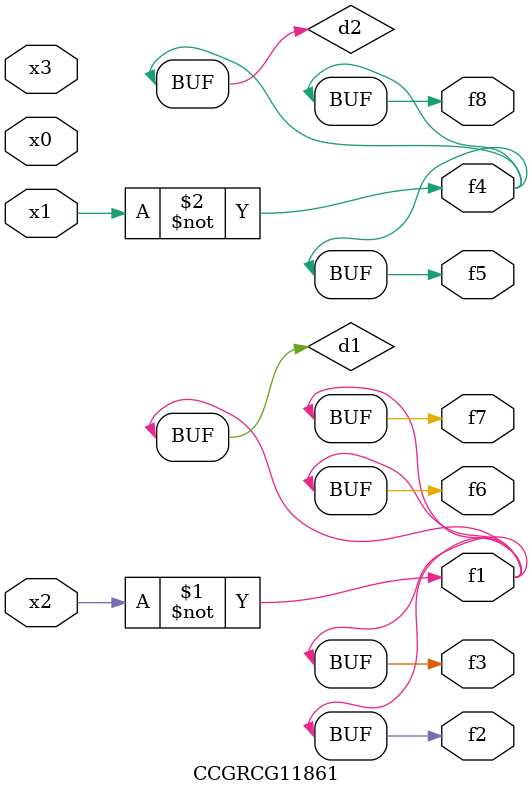
<source format=v>
module CCGRCG11861(
	input x0, x1, x2, x3,
	output f1, f2, f3, f4, f5, f6, f7, f8
);

	wire d1, d2;

	xnor (d1, x2);
	not (d2, x1);
	assign f1 = d1;
	assign f2 = d1;
	assign f3 = d1;
	assign f4 = d2;
	assign f5 = d2;
	assign f6 = d1;
	assign f7 = d1;
	assign f8 = d2;
endmodule

</source>
